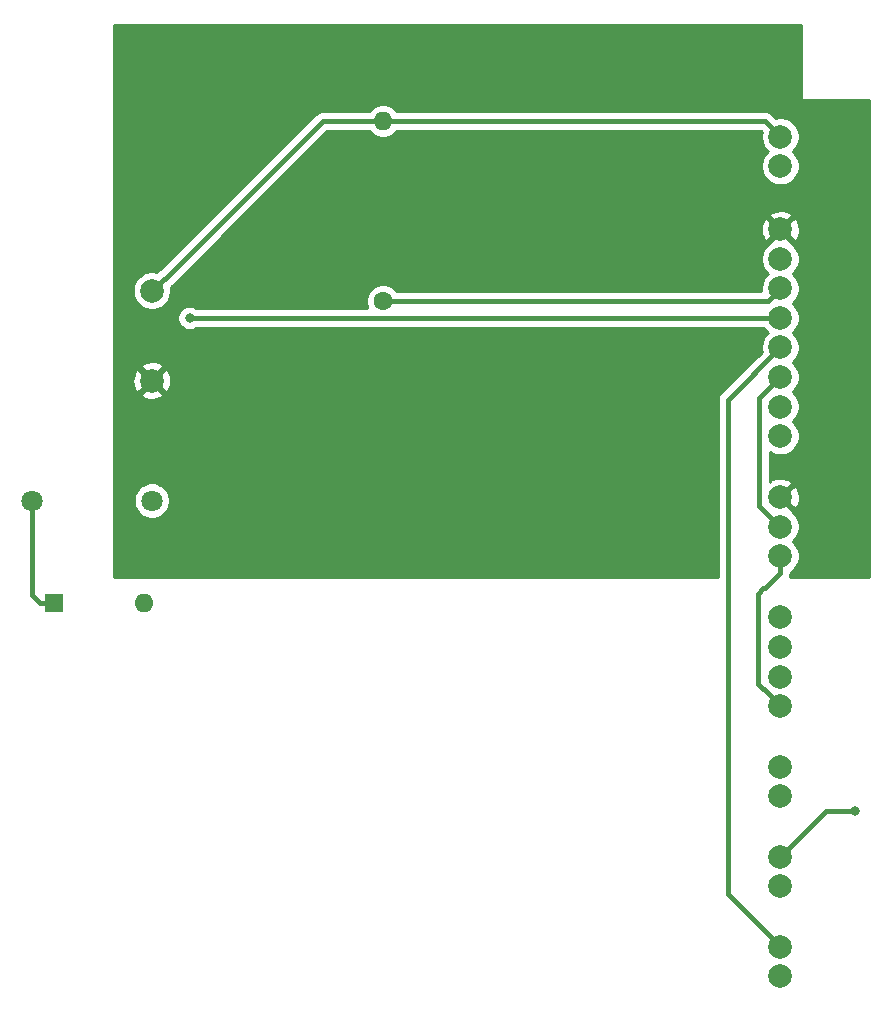
<source format=gtl>
G04 #@! TF.GenerationSoftware,KiCad,Pcbnew,(5.1.5)-3*
G04 #@! TF.CreationDate,2020-04-06T18:20:06+01:00*
G04 #@! TF.ProjectId,SafeBoard,53616665-426f-4617-9264-2e6b69636164,rev?*
G04 #@! TF.SameCoordinates,Original*
G04 #@! TF.FileFunction,Copper,L1,Top*
G04 #@! TF.FilePolarity,Positive*
%FSLAX46Y46*%
G04 Gerber Fmt 4.6, Leading zero omitted, Abs format (unit mm)*
G04 Created by KiCad (PCBNEW (5.1.5)-3) date 2020-04-06 18:20:06*
%MOMM*%
%LPD*%
G04 APERTURE LIST*
%ADD10R,1.600000X1.600000*%
%ADD11O,1.600000X1.600000*%
%ADD12C,2.000000*%
%ADD13C,1.600000*%
%ADD14C,1.800000*%
%ADD15C,0.800000*%
%ADD16C,0.450000*%
%ADD17C,0.254000*%
G04 APERTURE END LIST*
D10*
X144742000Y-97432000D03*
D11*
X152362000Y-97432000D03*
D12*
X206210000Y-60475000D03*
X206210000Y-57975000D03*
X206210000Y-83335000D03*
X206210000Y-80835000D03*
X206210000Y-78335000D03*
X206210000Y-75835000D03*
X206210000Y-73335000D03*
X206210000Y-68335000D03*
X206210000Y-65835000D03*
X206210000Y-70835000D03*
X206210000Y-93495000D03*
X206210000Y-90995000D03*
X206210000Y-88495000D03*
X206210000Y-106195000D03*
X206210000Y-103695000D03*
X206210000Y-101195000D03*
X206210000Y-98695000D03*
X206210000Y-111315000D03*
X206210000Y-113815000D03*
X206210000Y-121435000D03*
X206210000Y-118935000D03*
X206210000Y-126555000D03*
X206210000Y-129055000D03*
D13*
X172555000Y-71905000D03*
D11*
X172555000Y-56665000D03*
D14*
X142837000Y-88796000D03*
X152997000Y-88796000D03*
D12*
X152997000Y-78636000D03*
X152997000Y-71016000D03*
D15*
X156188998Y-73335000D03*
X212560000Y-115085000D03*
D16*
X206210000Y-73335000D02*
X156188998Y-73335000D01*
X143492000Y-97432000D02*
X144742000Y-97432000D01*
X142837000Y-96777000D02*
X143492000Y-97432000D01*
X142837000Y-88796000D02*
X142837000Y-96777000D01*
X204900000Y-56665000D02*
X206210000Y-57975000D01*
X172555000Y-56665000D02*
X204900000Y-56665000D01*
X172555000Y-56665000D02*
X167475000Y-56665000D01*
X154123999Y-70016001D02*
X167475000Y-56665000D01*
X153996999Y-70016001D02*
X154123999Y-70016001D01*
X152997000Y-71016000D02*
X153996999Y-70016001D01*
X210060000Y-115085000D02*
X206210000Y-118935000D01*
X212560000Y-115085000D02*
X210060000Y-115085000D01*
X204434988Y-80110012D02*
X206210000Y-78335000D01*
X206210000Y-90995000D02*
X204434988Y-89219988D01*
X204434988Y-89219988D02*
X204434988Y-80110012D01*
X205210001Y-125555001D02*
X206210000Y-126555000D01*
X201765000Y-122110000D02*
X205210001Y-125555001D01*
X201765000Y-80280000D02*
X201765000Y-122110000D01*
X206210000Y-75835000D02*
X201765000Y-80280000D01*
X205140000Y-71905000D02*
X206210000Y-70835000D01*
X172555000Y-71905000D02*
X205140000Y-71905000D01*
X205210001Y-105195001D02*
X206210000Y-106195000D01*
X206210000Y-94909213D02*
X204884999Y-96234214D01*
X206210000Y-93495000D02*
X206210000Y-94909213D01*
X204884999Y-96234214D02*
X204740786Y-96234214D01*
X204740786Y-96234214D02*
X204305000Y-96670000D01*
X204305000Y-96670000D02*
X204305000Y-104290000D01*
X204305000Y-104290000D02*
X205210001Y-105195001D01*
D17*
G36*
X207988000Y-54760000D02*
G01*
X207990440Y-54784776D01*
X207997667Y-54808601D01*
X208009403Y-54830557D01*
X208025197Y-54849803D01*
X208044443Y-54865597D01*
X208066399Y-54877333D01*
X208090224Y-54884560D01*
X208115000Y-54887000D01*
X213703000Y-54887000D01*
X213703000Y-95273000D01*
X206990696Y-95273000D01*
X207008381Y-95239913D01*
X207041722Y-95130000D01*
X207057556Y-95077804D01*
X207060622Y-95046675D01*
X207070000Y-94951459D01*
X207070000Y-94951453D01*
X207074160Y-94909214D01*
X207071829Y-94885542D01*
X207252252Y-94764987D01*
X207479987Y-94537252D01*
X207658918Y-94269463D01*
X207782168Y-93971912D01*
X207845000Y-93656033D01*
X207845000Y-93333967D01*
X207782168Y-93018088D01*
X207658918Y-92720537D01*
X207479987Y-92452748D01*
X207272239Y-92245000D01*
X207479987Y-92037252D01*
X207658918Y-91769463D01*
X207782168Y-91471912D01*
X207845000Y-91156033D01*
X207845000Y-90833967D01*
X207782168Y-90518088D01*
X207658918Y-90220537D01*
X207479987Y-89952748D01*
X207252252Y-89725013D01*
X207155065Y-89660075D01*
X207165808Y-89630413D01*
X206210000Y-88674605D01*
X206195858Y-88688748D01*
X206016253Y-88509143D01*
X206030395Y-88495000D01*
X206389605Y-88495000D01*
X207345413Y-89450808D01*
X207609814Y-89355044D01*
X207750704Y-89065429D01*
X207832384Y-88753892D01*
X207851718Y-88432405D01*
X207807961Y-88113325D01*
X207702795Y-87808912D01*
X207609814Y-87634956D01*
X207345413Y-87539192D01*
X206389605Y-88495000D01*
X206030395Y-88495000D01*
X206016253Y-88480858D01*
X206195858Y-88301253D01*
X206210000Y-88315395D01*
X207165808Y-87359587D01*
X207070044Y-87095186D01*
X206780429Y-86954296D01*
X206468892Y-86872616D01*
X206147405Y-86853282D01*
X205828325Y-86897039D01*
X205523912Y-87002205D01*
X205349956Y-87095186D01*
X205294988Y-87246951D01*
X205294988Y-84690006D01*
X205435537Y-84783918D01*
X205733088Y-84907168D01*
X206048967Y-84970000D01*
X206371033Y-84970000D01*
X206686912Y-84907168D01*
X206984463Y-84783918D01*
X207252252Y-84604987D01*
X207479987Y-84377252D01*
X207658918Y-84109463D01*
X207782168Y-83811912D01*
X207845000Y-83496033D01*
X207845000Y-83173967D01*
X207782168Y-82858088D01*
X207658918Y-82560537D01*
X207479987Y-82292748D01*
X207272239Y-82085000D01*
X207479987Y-81877252D01*
X207658918Y-81609463D01*
X207782168Y-81311912D01*
X207845000Y-80996033D01*
X207845000Y-80673967D01*
X207782168Y-80358088D01*
X207658918Y-80060537D01*
X207479987Y-79792748D01*
X207272239Y-79585000D01*
X207479987Y-79377252D01*
X207658918Y-79109463D01*
X207782168Y-78811912D01*
X207845000Y-78496033D01*
X207845000Y-78173967D01*
X207782168Y-77858088D01*
X207658918Y-77560537D01*
X207479987Y-77292748D01*
X207272239Y-77085000D01*
X207479987Y-76877252D01*
X207658918Y-76609463D01*
X207782168Y-76311912D01*
X207845000Y-75996033D01*
X207845000Y-75673967D01*
X207782168Y-75358088D01*
X207658918Y-75060537D01*
X207479987Y-74792748D01*
X207272239Y-74585000D01*
X207479987Y-74377252D01*
X207658918Y-74109463D01*
X207782168Y-73811912D01*
X207845000Y-73496033D01*
X207845000Y-73173967D01*
X207782168Y-72858088D01*
X207658918Y-72560537D01*
X207479987Y-72292748D01*
X207272239Y-72085000D01*
X207479987Y-71877252D01*
X207658918Y-71609463D01*
X207782168Y-71311912D01*
X207845000Y-70996033D01*
X207845000Y-70673967D01*
X207782168Y-70358088D01*
X207658918Y-70060537D01*
X207479987Y-69792748D01*
X207272239Y-69585000D01*
X207479987Y-69377252D01*
X207658918Y-69109463D01*
X207782168Y-68811912D01*
X207845000Y-68496033D01*
X207845000Y-68173967D01*
X207782168Y-67858088D01*
X207658918Y-67560537D01*
X207479987Y-67292748D01*
X207252252Y-67065013D01*
X207155065Y-67000075D01*
X207165808Y-66970413D01*
X206210000Y-66014605D01*
X205254192Y-66970413D01*
X205264935Y-67000075D01*
X205167748Y-67065013D01*
X204940013Y-67292748D01*
X204761082Y-67560537D01*
X204637832Y-67858088D01*
X204575000Y-68173967D01*
X204575000Y-68496033D01*
X204637832Y-68811912D01*
X204761082Y-69109463D01*
X204940013Y-69377252D01*
X205147761Y-69585000D01*
X204940013Y-69792748D01*
X204761082Y-70060537D01*
X204637832Y-70358088D01*
X204575000Y-70673967D01*
X204575000Y-70996033D01*
X204584740Y-71045000D01*
X173706226Y-71045000D01*
X173669637Y-70990241D01*
X173469759Y-70790363D01*
X173234727Y-70633320D01*
X172973574Y-70525147D01*
X172696335Y-70470000D01*
X172413665Y-70470000D01*
X172136426Y-70525147D01*
X171875273Y-70633320D01*
X171640241Y-70790363D01*
X171440363Y-70990241D01*
X171283320Y-71225273D01*
X171175147Y-71486426D01*
X171120000Y-71763665D01*
X171120000Y-72046335D01*
X171175147Y-72323574D01*
X171237870Y-72475000D01*
X156764868Y-72475000D01*
X156679254Y-72417795D01*
X156490896Y-72339774D01*
X156290937Y-72300000D01*
X156087059Y-72300000D01*
X155887100Y-72339774D01*
X155698742Y-72417795D01*
X155529224Y-72531063D01*
X155385061Y-72675226D01*
X155271793Y-72844744D01*
X155193772Y-73033102D01*
X155153998Y-73233061D01*
X155153998Y-73436939D01*
X155193772Y-73636898D01*
X155271793Y-73825256D01*
X155385061Y-73994774D01*
X155529224Y-74138937D01*
X155698742Y-74252205D01*
X155887100Y-74330226D01*
X156087059Y-74370000D01*
X156290937Y-74370000D01*
X156490896Y-74330226D01*
X156679254Y-74252205D01*
X156764868Y-74195000D01*
X204818236Y-74195000D01*
X204940013Y-74377252D01*
X205147761Y-74585000D01*
X204940013Y-74792748D01*
X204761082Y-75060537D01*
X204637832Y-75358088D01*
X204575000Y-75673967D01*
X204575000Y-75996033D01*
X204617762Y-76211014D01*
X201186765Y-79642012D01*
X201153946Y-79668946D01*
X201046476Y-79799899D01*
X200966619Y-79949301D01*
X200940376Y-80035814D01*
X200917869Y-80110012D01*
X200917444Y-80111412D01*
X200905000Y-80237755D01*
X200905000Y-80237761D01*
X200900840Y-80280000D01*
X200905000Y-80322239D01*
X200905000Y-95273000D01*
X149822000Y-95273000D01*
X149822000Y-88644816D01*
X151462000Y-88644816D01*
X151462000Y-88947184D01*
X151520989Y-89243743D01*
X151636701Y-89523095D01*
X151804688Y-89774505D01*
X152018495Y-89988312D01*
X152269905Y-90156299D01*
X152549257Y-90272011D01*
X152845816Y-90331000D01*
X153148184Y-90331000D01*
X153444743Y-90272011D01*
X153724095Y-90156299D01*
X153975505Y-89988312D01*
X154189312Y-89774505D01*
X154357299Y-89523095D01*
X154473011Y-89243743D01*
X154532000Y-88947184D01*
X154532000Y-88644816D01*
X154473011Y-88348257D01*
X154357299Y-88068905D01*
X154189312Y-87817495D01*
X153975505Y-87603688D01*
X153724095Y-87435701D01*
X153444743Y-87319989D01*
X153148184Y-87261000D01*
X152845816Y-87261000D01*
X152549257Y-87319989D01*
X152269905Y-87435701D01*
X152018495Y-87603688D01*
X151804688Y-87817495D01*
X151636701Y-88068905D01*
X151520989Y-88348257D01*
X151462000Y-88644816D01*
X149822000Y-88644816D01*
X149822000Y-79771413D01*
X152041192Y-79771413D01*
X152136956Y-80035814D01*
X152426571Y-80176704D01*
X152738108Y-80258384D01*
X153059595Y-80277718D01*
X153378675Y-80233961D01*
X153683088Y-80128795D01*
X153857044Y-80035814D01*
X153952808Y-79771413D01*
X152997000Y-78815605D01*
X152041192Y-79771413D01*
X149822000Y-79771413D01*
X149822000Y-78698595D01*
X151355282Y-78698595D01*
X151399039Y-79017675D01*
X151504205Y-79322088D01*
X151597186Y-79496044D01*
X151861587Y-79591808D01*
X152817395Y-78636000D01*
X153176605Y-78636000D01*
X154132413Y-79591808D01*
X154396814Y-79496044D01*
X154537704Y-79206429D01*
X154619384Y-78894892D01*
X154638718Y-78573405D01*
X154594961Y-78254325D01*
X154489795Y-77949912D01*
X154396814Y-77775956D01*
X154132413Y-77680192D01*
X153176605Y-78636000D01*
X152817395Y-78636000D01*
X151861587Y-77680192D01*
X151597186Y-77775956D01*
X151456296Y-78065571D01*
X151374616Y-78377108D01*
X151355282Y-78698595D01*
X149822000Y-78698595D01*
X149822000Y-77500587D01*
X152041192Y-77500587D01*
X152997000Y-78456395D01*
X153952808Y-77500587D01*
X153857044Y-77236186D01*
X153567429Y-77095296D01*
X153255892Y-77013616D01*
X152934405Y-76994282D01*
X152615325Y-77038039D01*
X152310912Y-77143205D01*
X152136956Y-77236186D01*
X152041192Y-77500587D01*
X149822000Y-77500587D01*
X149822000Y-70854967D01*
X151362000Y-70854967D01*
X151362000Y-71177033D01*
X151424832Y-71492912D01*
X151548082Y-71790463D01*
X151727013Y-72058252D01*
X151954748Y-72285987D01*
X152222537Y-72464918D01*
X152520088Y-72588168D01*
X152835967Y-72651000D01*
X153158033Y-72651000D01*
X153473912Y-72588168D01*
X153771463Y-72464918D01*
X154039252Y-72285987D01*
X154266987Y-72058252D01*
X154445918Y-71790463D01*
X154569168Y-71492912D01*
X154632000Y-71177033D01*
X154632000Y-70854967D01*
X154607490Y-70731744D01*
X154735053Y-70627055D01*
X154761987Y-70594236D01*
X159458628Y-65897595D01*
X204568282Y-65897595D01*
X204612039Y-66216675D01*
X204717205Y-66521088D01*
X204810186Y-66695044D01*
X205074587Y-66790808D01*
X206030395Y-65835000D01*
X206389605Y-65835000D01*
X207345413Y-66790808D01*
X207609814Y-66695044D01*
X207750704Y-66405429D01*
X207832384Y-66093892D01*
X207851718Y-65772405D01*
X207807961Y-65453325D01*
X207702795Y-65148912D01*
X207609814Y-64974956D01*
X207345413Y-64879192D01*
X206389605Y-65835000D01*
X206030395Y-65835000D01*
X205074587Y-64879192D01*
X204810186Y-64974956D01*
X204669296Y-65264571D01*
X204587616Y-65576108D01*
X204568282Y-65897595D01*
X159458628Y-65897595D01*
X160656636Y-64699587D01*
X205254192Y-64699587D01*
X206210000Y-65655395D01*
X207165808Y-64699587D01*
X207070044Y-64435186D01*
X206780429Y-64294296D01*
X206468892Y-64212616D01*
X206147405Y-64193282D01*
X205828325Y-64237039D01*
X205523912Y-64342205D01*
X205349956Y-64435186D01*
X205254192Y-64699587D01*
X160656636Y-64699587D01*
X167831224Y-57525000D01*
X171403774Y-57525000D01*
X171440363Y-57579759D01*
X171640241Y-57779637D01*
X171875273Y-57936680D01*
X172136426Y-58044853D01*
X172413665Y-58100000D01*
X172696335Y-58100000D01*
X172973574Y-58044853D01*
X173234727Y-57936680D01*
X173469759Y-57779637D01*
X173669637Y-57579759D01*
X173706226Y-57525000D01*
X204543777Y-57525000D01*
X204617762Y-57598986D01*
X204575000Y-57813967D01*
X204575000Y-58136033D01*
X204637832Y-58451912D01*
X204761082Y-58749463D01*
X204940013Y-59017252D01*
X205147761Y-59225000D01*
X204940013Y-59432748D01*
X204761082Y-59700537D01*
X204637832Y-59998088D01*
X204575000Y-60313967D01*
X204575000Y-60636033D01*
X204637832Y-60951912D01*
X204761082Y-61249463D01*
X204940013Y-61517252D01*
X205167748Y-61744987D01*
X205435537Y-61923918D01*
X205733088Y-62047168D01*
X206048967Y-62110000D01*
X206371033Y-62110000D01*
X206686912Y-62047168D01*
X206984463Y-61923918D01*
X207252252Y-61744987D01*
X207479987Y-61517252D01*
X207658918Y-61249463D01*
X207782168Y-60951912D01*
X207845000Y-60636033D01*
X207845000Y-60313967D01*
X207782168Y-59998088D01*
X207658918Y-59700537D01*
X207479987Y-59432748D01*
X207272239Y-59225000D01*
X207479987Y-59017252D01*
X207658918Y-58749463D01*
X207782168Y-58451912D01*
X207845000Y-58136033D01*
X207845000Y-57813967D01*
X207782168Y-57498088D01*
X207658918Y-57200537D01*
X207479987Y-56932748D01*
X207252252Y-56705013D01*
X206984463Y-56526082D01*
X206686912Y-56402832D01*
X206371033Y-56340000D01*
X206048967Y-56340000D01*
X205833986Y-56382762D01*
X205537988Y-56086765D01*
X205511054Y-56053946D01*
X205380102Y-55946476D01*
X205230700Y-55866619D01*
X205068589Y-55817444D01*
X204942246Y-55805000D01*
X204942239Y-55805000D01*
X204900000Y-55800840D01*
X204857761Y-55805000D01*
X173706226Y-55805000D01*
X173669637Y-55750241D01*
X173469759Y-55550363D01*
X173234727Y-55393320D01*
X172973574Y-55285147D01*
X172696335Y-55230000D01*
X172413665Y-55230000D01*
X172136426Y-55285147D01*
X171875273Y-55393320D01*
X171640241Y-55550363D01*
X171440363Y-55750241D01*
X171403774Y-55805000D01*
X167517246Y-55805000D01*
X167475000Y-55800839D01*
X167306410Y-55817444D01*
X167144299Y-55866619D01*
X167092259Y-55894436D01*
X166994898Y-55946476D01*
X166863946Y-56053946D01*
X166837017Y-56086759D01*
X153723512Y-69200265D01*
X153666299Y-69217620D01*
X153516897Y-69297477D01*
X153385945Y-69404947D01*
X153370856Y-69423333D01*
X153158033Y-69381000D01*
X152835967Y-69381000D01*
X152520088Y-69443832D01*
X152222537Y-69567082D01*
X151954748Y-69746013D01*
X151727013Y-69973748D01*
X151548082Y-70241537D01*
X151424832Y-70539088D01*
X151362000Y-70854967D01*
X149822000Y-70854967D01*
X149822000Y-48537000D01*
X207988000Y-48537000D01*
X207988000Y-54760000D01*
G37*
X207988000Y-54760000D02*
X207990440Y-54784776D01*
X207997667Y-54808601D01*
X208009403Y-54830557D01*
X208025197Y-54849803D01*
X208044443Y-54865597D01*
X208066399Y-54877333D01*
X208090224Y-54884560D01*
X208115000Y-54887000D01*
X213703000Y-54887000D01*
X213703000Y-95273000D01*
X206990696Y-95273000D01*
X207008381Y-95239913D01*
X207041722Y-95130000D01*
X207057556Y-95077804D01*
X207060622Y-95046675D01*
X207070000Y-94951459D01*
X207070000Y-94951453D01*
X207074160Y-94909214D01*
X207071829Y-94885542D01*
X207252252Y-94764987D01*
X207479987Y-94537252D01*
X207658918Y-94269463D01*
X207782168Y-93971912D01*
X207845000Y-93656033D01*
X207845000Y-93333967D01*
X207782168Y-93018088D01*
X207658918Y-92720537D01*
X207479987Y-92452748D01*
X207272239Y-92245000D01*
X207479987Y-92037252D01*
X207658918Y-91769463D01*
X207782168Y-91471912D01*
X207845000Y-91156033D01*
X207845000Y-90833967D01*
X207782168Y-90518088D01*
X207658918Y-90220537D01*
X207479987Y-89952748D01*
X207252252Y-89725013D01*
X207155065Y-89660075D01*
X207165808Y-89630413D01*
X206210000Y-88674605D01*
X206195858Y-88688748D01*
X206016253Y-88509143D01*
X206030395Y-88495000D01*
X206389605Y-88495000D01*
X207345413Y-89450808D01*
X207609814Y-89355044D01*
X207750704Y-89065429D01*
X207832384Y-88753892D01*
X207851718Y-88432405D01*
X207807961Y-88113325D01*
X207702795Y-87808912D01*
X207609814Y-87634956D01*
X207345413Y-87539192D01*
X206389605Y-88495000D01*
X206030395Y-88495000D01*
X206016253Y-88480858D01*
X206195858Y-88301253D01*
X206210000Y-88315395D01*
X207165808Y-87359587D01*
X207070044Y-87095186D01*
X206780429Y-86954296D01*
X206468892Y-86872616D01*
X206147405Y-86853282D01*
X205828325Y-86897039D01*
X205523912Y-87002205D01*
X205349956Y-87095186D01*
X205294988Y-87246951D01*
X205294988Y-84690006D01*
X205435537Y-84783918D01*
X205733088Y-84907168D01*
X206048967Y-84970000D01*
X206371033Y-84970000D01*
X206686912Y-84907168D01*
X206984463Y-84783918D01*
X207252252Y-84604987D01*
X207479987Y-84377252D01*
X207658918Y-84109463D01*
X207782168Y-83811912D01*
X207845000Y-83496033D01*
X207845000Y-83173967D01*
X207782168Y-82858088D01*
X207658918Y-82560537D01*
X207479987Y-82292748D01*
X207272239Y-82085000D01*
X207479987Y-81877252D01*
X207658918Y-81609463D01*
X207782168Y-81311912D01*
X207845000Y-80996033D01*
X207845000Y-80673967D01*
X207782168Y-80358088D01*
X207658918Y-80060537D01*
X207479987Y-79792748D01*
X207272239Y-79585000D01*
X207479987Y-79377252D01*
X207658918Y-79109463D01*
X207782168Y-78811912D01*
X207845000Y-78496033D01*
X207845000Y-78173967D01*
X207782168Y-77858088D01*
X207658918Y-77560537D01*
X207479987Y-77292748D01*
X207272239Y-77085000D01*
X207479987Y-76877252D01*
X207658918Y-76609463D01*
X207782168Y-76311912D01*
X207845000Y-75996033D01*
X207845000Y-75673967D01*
X207782168Y-75358088D01*
X207658918Y-75060537D01*
X207479987Y-74792748D01*
X207272239Y-74585000D01*
X207479987Y-74377252D01*
X207658918Y-74109463D01*
X207782168Y-73811912D01*
X207845000Y-73496033D01*
X207845000Y-73173967D01*
X207782168Y-72858088D01*
X207658918Y-72560537D01*
X207479987Y-72292748D01*
X207272239Y-72085000D01*
X207479987Y-71877252D01*
X207658918Y-71609463D01*
X207782168Y-71311912D01*
X207845000Y-70996033D01*
X207845000Y-70673967D01*
X207782168Y-70358088D01*
X207658918Y-70060537D01*
X207479987Y-69792748D01*
X207272239Y-69585000D01*
X207479987Y-69377252D01*
X207658918Y-69109463D01*
X207782168Y-68811912D01*
X207845000Y-68496033D01*
X207845000Y-68173967D01*
X207782168Y-67858088D01*
X207658918Y-67560537D01*
X207479987Y-67292748D01*
X207252252Y-67065013D01*
X207155065Y-67000075D01*
X207165808Y-66970413D01*
X206210000Y-66014605D01*
X205254192Y-66970413D01*
X205264935Y-67000075D01*
X205167748Y-67065013D01*
X204940013Y-67292748D01*
X204761082Y-67560537D01*
X204637832Y-67858088D01*
X204575000Y-68173967D01*
X204575000Y-68496033D01*
X204637832Y-68811912D01*
X204761082Y-69109463D01*
X204940013Y-69377252D01*
X205147761Y-69585000D01*
X204940013Y-69792748D01*
X204761082Y-70060537D01*
X204637832Y-70358088D01*
X204575000Y-70673967D01*
X204575000Y-70996033D01*
X204584740Y-71045000D01*
X173706226Y-71045000D01*
X173669637Y-70990241D01*
X173469759Y-70790363D01*
X173234727Y-70633320D01*
X172973574Y-70525147D01*
X172696335Y-70470000D01*
X172413665Y-70470000D01*
X172136426Y-70525147D01*
X171875273Y-70633320D01*
X171640241Y-70790363D01*
X171440363Y-70990241D01*
X171283320Y-71225273D01*
X171175147Y-71486426D01*
X171120000Y-71763665D01*
X171120000Y-72046335D01*
X171175147Y-72323574D01*
X171237870Y-72475000D01*
X156764868Y-72475000D01*
X156679254Y-72417795D01*
X156490896Y-72339774D01*
X156290937Y-72300000D01*
X156087059Y-72300000D01*
X155887100Y-72339774D01*
X155698742Y-72417795D01*
X155529224Y-72531063D01*
X155385061Y-72675226D01*
X155271793Y-72844744D01*
X155193772Y-73033102D01*
X155153998Y-73233061D01*
X155153998Y-73436939D01*
X155193772Y-73636898D01*
X155271793Y-73825256D01*
X155385061Y-73994774D01*
X155529224Y-74138937D01*
X155698742Y-74252205D01*
X155887100Y-74330226D01*
X156087059Y-74370000D01*
X156290937Y-74370000D01*
X156490896Y-74330226D01*
X156679254Y-74252205D01*
X156764868Y-74195000D01*
X204818236Y-74195000D01*
X204940013Y-74377252D01*
X205147761Y-74585000D01*
X204940013Y-74792748D01*
X204761082Y-75060537D01*
X204637832Y-75358088D01*
X204575000Y-75673967D01*
X204575000Y-75996033D01*
X204617762Y-76211014D01*
X201186765Y-79642012D01*
X201153946Y-79668946D01*
X201046476Y-79799899D01*
X200966619Y-79949301D01*
X200940376Y-80035814D01*
X200917869Y-80110012D01*
X200917444Y-80111412D01*
X200905000Y-80237755D01*
X200905000Y-80237761D01*
X200900840Y-80280000D01*
X200905000Y-80322239D01*
X200905000Y-95273000D01*
X149822000Y-95273000D01*
X149822000Y-88644816D01*
X151462000Y-88644816D01*
X151462000Y-88947184D01*
X151520989Y-89243743D01*
X151636701Y-89523095D01*
X151804688Y-89774505D01*
X152018495Y-89988312D01*
X152269905Y-90156299D01*
X152549257Y-90272011D01*
X152845816Y-90331000D01*
X153148184Y-90331000D01*
X153444743Y-90272011D01*
X153724095Y-90156299D01*
X153975505Y-89988312D01*
X154189312Y-89774505D01*
X154357299Y-89523095D01*
X154473011Y-89243743D01*
X154532000Y-88947184D01*
X154532000Y-88644816D01*
X154473011Y-88348257D01*
X154357299Y-88068905D01*
X154189312Y-87817495D01*
X153975505Y-87603688D01*
X153724095Y-87435701D01*
X153444743Y-87319989D01*
X153148184Y-87261000D01*
X152845816Y-87261000D01*
X152549257Y-87319989D01*
X152269905Y-87435701D01*
X152018495Y-87603688D01*
X151804688Y-87817495D01*
X151636701Y-88068905D01*
X151520989Y-88348257D01*
X151462000Y-88644816D01*
X149822000Y-88644816D01*
X149822000Y-79771413D01*
X152041192Y-79771413D01*
X152136956Y-80035814D01*
X152426571Y-80176704D01*
X152738108Y-80258384D01*
X153059595Y-80277718D01*
X153378675Y-80233961D01*
X153683088Y-80128795D01*
X153857044Y-80035814D01*
X153952808Y-79771413D01*
X152997000Y-78815605D01*
X152041192Y-79771413D01*
X149822000Y-79771413D01*
X149822000Y-78698595D01*
X151355282Y-78698595D01*
X151399039Y-79017675D01*
X151504205Y-79322088D01*
X151597186Y-79496044D01*
X151861587Y-79591808D01*
X152817395Y-78636000D01*
X153176605Y-78636000D01*
X154132413Y-79591808D01*
X154396814Y-79496044D01*
X154537704Y-79206429D01*
X154619384Y-78894892D01*
X154638718Y-78573405D01*
X154594961Y-78254325D01*
X154489795Y-77949912D01*
X154396814Y-77775956D01*
X154132413Y-77680192D01*
X153176605Y-78636000D01*
X152817395Y-78636000D01*
X151861587Y-77680192D01*
X151597186Y-77775956D01*
X151456296Y-78065571D01*
X151374616Y-78377108D01*
X151355282Y-78698595D01*
X149822000Y-78698595D01*
X149822000Y-77500587D01*
X152041192Y-77500587D01*
X152997000Y-78456395D01*
X153952808Y-77500587D01*
X153857044Y-77236186D01*
X153567429Y-77095296D01*
X153255892Y-77013616D01*
X152934405Y-76994282D01*
X152615325Y-77038039D01*
X152310912Y-77143205D01*
X152136956Y-77236186D01*
X152041192Y-77500587D01*
X149822000Y-77500587D01*
X149822000Y-70854967D01*
X151362000Y-70854967D01*
X151362000Y-71177033D01*
X151424832Y-71492912D01*
X151548082Y-71790463D01*
X151727013Y-72058252D01*
X151954748Y-72285987D01*
X152222537Y-72464918D01*
X152520088Y-72588168D01*
X152835967Y-72651000D01*
X153158033Y-72651000D01*
X153473912Y-72588168D01*
X153771463Y-72464918D01*
X154039252Y-72285987D01*
X154266987Y-72058252D01*
X154445918Y-71790463D01*
X154569168Y-71492912D01*
X154632000Y-71177033D01*
X154632000Y-70854967D01*
X154607490Y-70731744D01*
X154735053Y-70627055D01*
X154761987Y-70594236D01*
X159458628Y-65897595D01*
X204568282Y-65897595D01*
X204612039Y-66216675D01*
X204717205Y-66521088D01*
X204810186Y-66695044D01*
X205074587Y-66790808D01*
X206030395Y-65835000D01*
X206389605Y-65835000D01*
X207345413Y-66790808D01*
X207609814Y-66695044D01*
X207750704Y-66405429D01*
X207832384Y-66093892D01*
X207851718Y-65772405D01*
X207807961Y-65453325D01*
X207702795Y-65148912D01*
X207609814Y-64974956D01*
X207345413Y-64879192D01*
X206389605Y-65835000D01*
X206030395Y-65835000D01*
X205074587Y-64879192D01*
X204810186Y-64974956D01*
X204669296Y-65264571D01*
X204587616Y-65576108D01*
X204568282Y-65897595D01*
X159458628Y-65897595D01*
X160656636Y-64699587D01*
X205254192Y-64699587D01*
X206210000Y-65655395D01*
X207165808Y-64699587D01*
X207070044Y-64435186D01*
X206780429Y-64294296D01*
X206468892Y-64212616D01*
X206147405Y-64193282D01*
X205828325Y-64237039D01*
X205523912Y-64342205D01*
X205349956Y-64435186D01*
X205254192Y-64699587D01*
X160656636Y-64699587D01*
X167831224Y-57525000D01*
X171403774Y-57525000D01*
X171440363Y-57579759D01*
X171640241Y-57779637D01*
X171875273Y-57936680D01*
X172136426Y-58044853D01*
X172413665Y-58100000D01*
X172696335Y-58100000D01*
X172973574Y-58044853D01*
X173234727Y-57936680D01*
X173469759Y-57779637D01*
X173669637Y-57579759D01*
X173706226Y-57525000D01*
X204543777Y-57525000D01*
X204617762Y-57598986D01*
X204575000Y-57813967D01*
X204575000Y-58136033D01*
X204637832Y-58451912D01*
X204761082Y-58749463D01*
X204940013Y-59017252D01*
X205147761Y-59225000D01*
X204940013Y-59432748D01*
X204761082Y-59700537D01*
X204637832Y-59998088D01*
X204575000Y-60313967D01*
X204575000Y-60636033D01*
X204637832Y-60951912D01*
X204761082Y-61249463D01*
X204940013Y-61517252D01*
X205167748Y-61744987D01*
X205435537Y-61923918D01*
X205733088Y-62047168D01*
X206048967Y-62110000D01*
X206371033Y-62110000D01*
X206686912Y-62047168D01*
X206984463Y-61923918D01*
X207252252Y-61744987D01*
X207479987Y-61517252D01*
X207658918Y-61249463D01*
X207782168Y-60951912D01*
X207845000Y-60636033D01*
X207845000Y-60313967D01*
X207782168Y-59998088D01*
X207658918Y-59700537D01*
X207479987Y-59432748D01*
X207272239Y-59225000D01*
X207479987Y-59017252D01*
X207658918Y-58749463D01*
X207782168Y-58451912D01*
X207845000Y-58136033D01*
X207845000Y-57813967D01*
X207782168Y-57498088D01*
X207658918Y-57200537D01*
X207479987Y-56932748D01*
X207252252Y-56705013D01*
X206984463Y-56526082D01*
X206686912Y-56402832D01*
X206371033Y-56340000D01*
X206048967Y-56340000D01*
X205833986Y-56382762D01*
X205537988Y-56086765D01*
X205511054Y-56053946D01*
X205380102Y-55946476D01*
X205230700Y-55866619D01*
X205068589Y-55817444D01*
X204942246Y-55805000D01*
X204942239Y-55805000D01*
X204900000Y-55800840D01*
X204857761Y-55805000D01*
X173706226Y-55805000D01*
X173669637Y-55750241D01*
X173469759Y-55550363D01*
X173234727Y-55393320D01*
X172973574Y-55285147D01*
X172696335Y-55230000D01*
X172413665Y-55230000D01*
X172136426Y-55285147D01*
X171875273Y-55393320D01*
X171640241Y-55550363D01*
X171440363Y-55750241D01*
X171403774Y-55805000D01*
X167517246Y-55805000D01*
X167475000Y-55800839D01*
X167306410Y-55817444D01*
X167144299Y-55866619D01*
X167092259Y-55894436D01*
X166994898Y-55946476D01*
X166863946Y-56053946D01*
X166837017Y-56086759D01*
X153723512Y-69200265D01*
X153666299Y-69217620D01*
X153516897Y-69297477D01*
X153385945Y-69404947D01*
X153370856Y-69423333D01*
X153158033Y-69381000D01*
X152835967Y-69381000D01*
X152520088Y-69443832D01*
X152222537Y-69567082D01*
X151954748Y-69746013D01*
X151727013Y-69973748D01*
X151548082Y-70241537D01*
X151424832Y-70539088D01*
X151362000Y-70854967D01*
X149822000Y-70854967D01*
X149822000Y-48537000D01*
X207988000Y-48537000D01*
X207988000Y-54760000D01*
M02*

</source>
